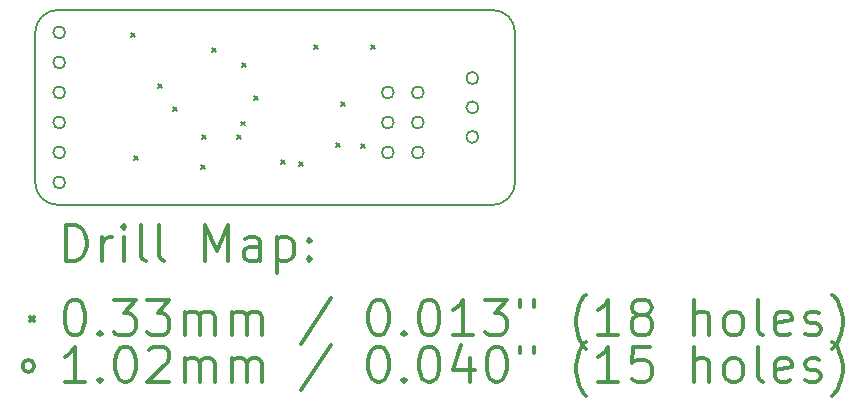
<source format=gbr>
%FSLAX45Y45*%
G04 Gerber Fmt 4.5, Leading zero omitted, Abs format (unit mm)*
G04 Created by KiCad (PCBNEW 4.0.5-e0-6337~49~ubuntu16.04.1) date Thu Feb  9 22:12:51 2017*
%MOMM*%
%LPD*%
G01*
G04 APERTURE LIST*
%ADD10C,0.127000*%
%ADD11C,0.152400*%
%ADD12C,0.200000*%
%ADD13C,0.300000*%
G04 APERTURE END LIST*
D10*
D11*
X12954000Y-9207500D02*
X10287000Y-9207500D01*
X13977620Y-9207500D02*
X12954000Y-9207500D01*
X14157960Y-7747000D02*
X14157960Y-9017000D01*
X13980160Y-7556500D02*
X10287000Y-7556500D01*
X10096500Y-7747000D02*
X10096500Y-9017000D01*
X10096500Y-9017000D02*
G75*
G03X10287000Y-9207500I190500J0D01*
G01*
X10287000Y-7556500D02*
G75*
G03X10096500Y-7747000I0J-190500D01*
G01*
X13967460Y-9207500D02*
G75*
G03X14157960Y-9017000I0J190500D01*
G01*
X14157960Y-7747000D02*
G75*
G03X13967460Y-7556500I-190500J0D01*
G01*
D12*
X10905490Y-7755890D02*
X10938510Y-7788910D01*
X10938510Y-7755890D02*
X10905490Y-7788910D01*
X10930890Y-8797290D02*
X10963910Y-8830310D01*
X10963910Y-8797290D02*
X10930890Y-8830310D01*
X11134090Y-8187690D02*
X11167110Y-8220710D01*
X11167110Y-8187690D02*
X11134090Y-8220710D01*
X11261090Y-8378190D02*
X11294110Y-8411210D01*
X11294110Y-8378190D02*
X11261090Y-8411210D01*
X11496500Y-8873490D02*
X11529520Y-8906510D01*
X11529520Y-8873490D02*
X11496500Y-8906510D01*
X11510680Y-8619490D02*
X11543700Y-8652510D01*
X11543700Y-8619490D02*
X11510680Y-8652510D01*
X11591290Y-7882890D02*
X11624310Y-7915910D01*
X11624310Y-7882890D02*
X11591290Y-7915910D01*
X11807190Y-8619490D02*
X11840210Y-8652510D01*
X11840210Y-8619490D02*
X11807190Y-8652510D01*
X11836228Y-8501552D02*
X11869248Y-8534572D01*
X11869248Y-8501552D02*
X11836228Y-8534572D01*
X11845290Y-8009890D02*
X11878310Y-8042910D01*
X11878310Y-8009890D02*
X11845290Y-8042910D01*
X11946890Y-8289290D02*
X11979910Y-8322310D01*
X11979910Y-8289290D02*
X11946890Y-8322310D01*
X12181190Y-8829690D02*
X12214210Y-8862710D01*
X12214210Y-8829690D02*
X12181190Y-8862710D01*
X12327890Y-8848090D02*
X12360910Y-8881110D01*
X12360910Y-8848090D02*
X12327890Y-8881110D01*
X12454890Y-7857490D02*
X12487910Y-7890510D01*
X12487910Y-7857490D02*
X12454890Y-7890510D01*
X12642850Y-8680450D02*
X12675870Y-8713470D01*
X12675870Y-8680450D02*
X12642850Y-8713470D01*
X12683490Y-8340090D02*
X12716510Y-8373110D01*
X12716510Y-8340090D02*
X12683490Y-8373110D01*
X12856881Y-8695690D02*
X12889901Y-8728710D01*
X12889901Y-8695690D02*
X12856881Y-8728710D01*
X12937490Y-7857490D02*
X12970510Y-7890510D01*
X12970510Y-7857490D02*
X12937490Y-7890510D01*
X10350500Y-7747000D02*
G75*
G03X10350500Y-7747000I-50800J0D01*
G01*
X10350500Y-8001000D02*
G75*
G03X10350500Y-8001000I-50800J0D01*
G01*
X10350500Y-8255000D02*
G75*
G03X10350500Y-8255000I-50800J0D01*
G01*
X10350500Y-8509000D02*
G75*
G03X10350500Y-8509000I-50800J0D01*
G01*
X10350500Y-8763000D02*
G75*
G03X10350500Y-8763000I-50800J0D01*
G01*
X10350500Y-9017000D02*
G75*
G03X10350500Y-9017000I-50800J0D01*
G01*
X13131800Y-8255000D02*
G75*
G03X13131800Y-8255000I-50800J0D01*
G01*
X13131800Y-8509000D02*
G75*
G03X13131800Y-8509000I-50800J0D01*
G01*
X13131800Y-8763000D02*
G75*
G03X13131800Y-8763000I-50800J0D01*
G01*
X13385800Y-8255000D02*
G75*
G03X13385800Y-8255000I-50800J0D01*
G01*
X13385800Y-8509000D02*
G75*
G03X13385800Y-8509000I-50800J0D01*
G01*
X13385800Y-8763000D02*
G75*
G03X13385800Y-8763000I-50800J0D01*
G01*
X13848080Y-8133080D02*
G75*
G03X13848080Y-8133080I-50800J0D01*
G01*
X13848080Y-8382000D02*
G75*
G03X13848080Y-8382000I-50800J0D01*
G01*
X13848080Y-8630920D02*
G75*
G03X13848080Y-8630920I-50800J0D01*
G01*
D13*
X10360309Y-9680834D02*
X10360309Y-9380834D01*
X10431737Y-9380834D01*
X10474594Y-9395120D01*
X10503166Y-9423692D01*
X10517451Y-9452263D01*
X10531737Y-9509406D01*
X10531737Y-9552263D01*
X10517451Y-9609406D01*
X10503166Y-9637977D01*
X10474594Y-9666549D01*
X10431737Y-9680834D01*
X10360309Y-9680834D01*
X10660309Y-9680834D02*
X10660309Y-9480834D01*
X10660309Y-9537977D02*
X10674594Y-9509406D01*
X10688880Y-9495120D01*
X10717451Y-9480834D01*
X10746023Y-9480834D01*
X10846023Y-9680834D02*
X10846023Y-9480834D01*
X10846023Y-9380834D02*
X10831737Y-9395120D01*
X10846023Y-9409406D01*
X10860309Y-9395120D01*
X10846023Y-9380834D01*
X10846023Y-9409406D01*
X11031737Y-9680834D02*
X11003166Y-9666549D01*
X10988880Y-9637977D01*
X10988880Y-9380834D01*
X11188880Y-9680834D02*
X11160309Y-9666549D01*
X11146023Y-9637977D01*
X11146023Y-9380834D01*
X11531737Y-9680834D02*
X11531737Y-9380834D01*
X11631737Y-9595120D01*
X11731737Y-9380834D01*
X11731737Y-9680834D01*
X12003166Y-9680834D02*
X12003166Y-9523692D01*
X11988880Y-9495120D01*
X11960308Y-9480834D01*
X11903166Y-9480834D01*
X11874594Y-9495120D01*
X12003166Y-9666549D02*
X11974594Y-9680834D01*
X11903166Y-9680834D01*
X11874594Y-9666549D01*
X11860308Y-9637977D01*
X11860308Y-9609406D01*
X11874594Y-9580834D01*
X11903166Y-9566549D01*
X11974594Y-9566549D01*
X12003166Y-9552263D01*
X12146023Y-9480834D02*
X12146023Y-9780834D01*
X12146023Y-9495120D02*
X12174594Y-9480834D01*
X12231737Y-9480834D01*
X12260308Y-9495120D01*
X12274594Y-9509406D01*
X12288880Y-9537977D01*
X12288880Y-9623692D01*
X12274594Y-9652263D01*
X12260308Y-9666549D01*
X12231737Y-9680834D01*
X12174594Y-9680834D01*
X12146023Y-9666549D01*
X12417451Y-9652263D02*
X12431737Y-9666549D01*
X12417451Y-9680834D01*
X12403166Y-9666549D01*
X12417451Y-9652263D01*
X12417451Y-9680834D01*
X12417451Y-9495120D02*
X12431737Y-9509406D01*
X12417451Y-9523692D01*
X12403166Y-9509406D01*
X12417451Y-9495120D01*
X12417451Y-9523692D01*
X10055860Y-10158610D02*
X10088880Y-10191630D01*
X10088880Y-10158610D02*
X10055860Y-10191630D01*
X10417451Y-10010834D02*
X10446023Y-10010834D01*
X10474594Y-10025120D01*
X10488880Y-10039406D01*
X10503166Y-10067977D01*
X10517451Y-10125120D01*
X10517451Y-10196549D01*
X10503166Y-10253692D01*
X10488880Y-10282263D01*
X10474594Y-10296549D01*
X10446023Y-10310834D01*
X10417451Y-10310834D01*
X10388880Y-10296549D01*
X10374594Y-10282263D01*
X10360309Y-10253692D01*
X10346023Y-10196549D01*
X10346023Y-10125120D01*
X10360309Y-10067977D01*
X10374594Y-10039406D01*
X10388880Y-10025120D01*
X10417451Y-10010834D01*
X10646023Y-10282263D02*
X10660309Y-10296549D01*
X10646023Y-10310834D01*
X10631737Y-10296549D01*
X10646023Y-10282263D01*
X10646023Y-10310834D01*
X10760308Y-10010834D02*
X10946023Y-10010834D01*
X10846023Y-10125120D01*
X10888880Y-10125120D01*
X10917451Y-10139406D01*
X10931737Y-10153692D01*
X10946023Y-10182263D01*
X10946023Y-10253692D01*
X10931737Y-10282263D01*
X10917451Y-10296549D01*
X10888880Y-10310834D01*
X10803166Y-10310834D01*
X10774594Y-10296549D01*
X10760308Y-10282263D01*
X11046023Y-10010834D02*
X11231737Y-10010834D01*
X11131737Y-10125120D01*
X11174594Y-10125120D01*
X11203166Y-10139406D01*
X11217451Y-10153692D01*
X11231737Y-10182263D01*
X11231737Y-10253692D01*
X11217451Y-10282263D01*
X11203166Y-10296549D01*
X11174594Y-10310834D01*
X11088880Y-10310834D01*
X11060309Y-10296549D01*
X11046023Y-10282263D01*
X11360308Y-10310834D02*
X11360308Y-10110834D01*
X11360308Y-10139406D02*
X11374594Y-10125120D01*
X11403166Y-10110834D01*
X11446023Y-10110834D01*
X11474594Y-10125120D01*
X11488880Y-10153692D01*
X11488880Y-10310834D01*
X11488880Y-10153692D02*
X11503166Y-10125120D01*
X11531737Y-10110834D01*
X11574594Y-10110834D01*
X11603166Y-10125120D01*
X11617451Y-10153692D01*
X11617451Y-10310834D01*
X11760308Y-10310834D02*
X11760308Y-10110834D01*
X11760308Y-10139406D02*
X11774594Y-10125120D01*
X11803166Y-10110834D01*
X11846023Y-10110834D01*
X11874594Y-10125120D01*
X11888880Y-10153692D01*
X11888880Y-10310834D01*
X11888880Y-10153692D02*
X11903166Y-10125120D01*
X11931737Y-10110834D01*
X11974594Y-10110834D01*
X12003166Y-10125120D01*
X12017451Y-10153692D01*
X12017451Y-10310834D01*
X12603166Y-9996549D02*
X12346023Y-10382263D01*
X12988880Y-10010834D02*
X13017451Y-10010834D01*
X13046023Y-10025120D01*
X13060308Y-10039406D01*
X13074594Y-10067977D01*
X13088880Y-10125120D01*
X13088880Y-10196549D01*
X13074594Y-10253692D01*
X13060308Y-10282263D01*
X13046023Y-10296549D01*
X13017451Y-10310834D01*
X12988880Y-10310834D01*
X12960308Y-10296549D01*
X12946023Y-10282263D01*
X12931737Y-10253692D01*
X12917451Y-10196549D01*
X12917451Y-10125120D01*
X12931737Y-10067977D01*
X12946023Y-10039406D01*
X12960308Y-10025120D01*
X12988880Y-10010834D01*
X13217451Y-10282263D02*
X13231737Y-10296549D01*
X13217451Y-10310834D01*
X13203166Y-10296549D01*
X13217451Y-10282263D01*
X13217451Y-10310834D01*
X13417451Y-10010834D02*
X13446023Y-10010834D01*
X13474594Y-10025120D01*
X13488880Y-10039406D01*
X13503165Y-10067977D01*
X13517451Y-10125120D01*
X13517451Y-10196549D01*
X13503165Y-10253692D01*
X13488880Y-10282263D01*
X13474594Y-10296549D01*
X13446023Y-10310834D01*
X13417451Y-10310834D01*
X13388880Y-10296549D01*
X13374594Y-10282263D01*
X13360308Y-10253692D01*
X13346023Y-10196549D01*
X13346023Y-10125120D01*
X13360308Y-10067977D01*
X13374594Y-10039406D01*
X13388880Y-10025120D01*
X13417451Y-10010834D01*
X13803165Y-10310834D02*
X13631737Y-10310834D01*
X13717451Y-10310834D02*
X13717451Y-10010834D01*
X13688880Y-10053692D01*
X13660308Y-10082263D01*
X13631737Y-10096549D01*
X13903165Y-10010834D02*
X14088880Y-10010834D01*
X13988880Y-10125120D01*
X14031737Y-10125120D01*
X14060308Y-10139406D01*
X14074594Y-10153692D01*
X14088880Y-10182263D01*
X14088880Y-10253692D01*
X14074594Y-10282263D01*
X14060308Y-10296549D01*
X14031737Y-10310834D01*
X13946023Y-10310834D01*
X13917451Y-10296549D01*
X13903165Y-10282263D01*
X14203166Y-10010834D02*
X14203166Y-10067977D01*
X14317451Y-10010834D02*
X14317451Y-10067977D01*
X14760308Y-10425120D02*
X14746023Y-10410834D01*
X14717451Y-10367977D01*
X14703165Y-10339406D01*
X14688880Y-10296549D01*
X14674594Y-10225120D01*
X14674594Y-10167977D01*
X14688880Y-10096549D01*
X14703165Y-10053692D01*
X14717451Y-10025120D01*
X14746023Y-9982263D01*
X14760308Y-9967977D01*
X15031737Y-10310834D02*
X14860308Y-10310834D01*
X14946023Y-10310834D02*
X14946023Y-10010834D01*
X14917451Y-10053692D01*
X14888880Y-10082263D01*
X14860308Y-10096549D01*
X15203165Y-10139406D02*
X15174594Y-10125120D01*
X15160308Y-10110834D01*
X15146023Y-10082263D01*
X15146023Y-10067977D01*
X15160308Y-10039406D01*
X15174594Y-10025120D01*
X15203165Y-10010834D01*
X15260308Y-10010834D01*
X15288880Y-10025120D01*
X15303165Y-10039406D01*
X15317451Y-10067977D01*
X15317451Y-10082263D01*
X15303165Y-10110834D01*
X15288880Y-10125120D01*
X15260308Y-10139406D01*
X15203165Y-10139406D01*
X15174594Y-10153692D01*
X15160308Y-10167977D01*
X15146023Y-10196549D01*
X15146023Y-10253692D01*
X15160308Y-10282263D01*
X15174594Y-10296549D01*
X15203165Y-10310834D01*
X15260308Y-10310834D01*
X15288880Y-10296549D01*
X15303165Y-10282263D01*
X15317451Y-10253692D01*
X15317451Y-10196549D01*
X15303165Y-10167977D01*
X15288880Y-10153692D01*
X15260308Y-10139406D01*
X15674594Y-10310834D02*
X15674594Y-10010834D01*
X15803165Y-10310834D02*
X15803165Y-10153692D01*
X15788880Y-10125120D01*
X15760308Y-10110834D01*
X15717451Y-10110834D01*
X15688880Y-10125120D01*
X15674594Y-10139406D01*
X15988880Y-10310834D02*
X15960308Y-10296549D01*
X15946023Y-10282263D01*
X15931737Y-10253692D01*
X15931737Y-10167977D01*
X15946023Y-10139406D01*
X15960308Y-10125120D01*
X15988880Y-10110834D01*
X16031737Y-10110834D01*
X16060308Y-10125120D01*
X16074594Y-10139406D01*
X16088880Y-10167977D01*
X16088880Y-10253692D01*
X16074594Y-10282263D01*
X16060308Y-10296549D01*
X16031737Y-10310834D01*
X15988880Y-10310834D01*
X16260308Y-10310834D02*
X16231737Y-10296549D01*
X16217451Y-10267977D01*
X16217451Y-10010834D01*
X16488880Y-10296549D02*
X16460308Y-10310834D01*
X16403166Y-10310834D01*
X16374594Y-10296549D01*
X16360308Y-10267977D01*
X16360308Y-10153692D01*
X16374594Y-10125120D01*
X16403166Y-10110834D01*
X16460308Y-10110834D01*
X16488880Y-10125120D01*
X16503166Y-10153692D01*
X16503166Y-10182263D01*
X16360308Y-10210834D01*
X16617451Y-10296549D02*
X16646023Y-10310834D01*
X16703166Y-10310834D01*
X16731737Y-10296549D01*
X16746023Y-10267977D01*
X16746023Y-10253692D01*
X16731737Y-10225120D01*
X16703166Y-10210834D01*
X16660308Y-10210834D01*
X16631737Y-10196549D01*
X16617451Y-10167977D01*
X16617451Y-10153692D01*
X16631737Y-10125120D01*
X16660308Y-10110834D01*
X16703166Y-10110834D01*
X16731737Y-10125120D01*
X16846023Y-10425120D02*
X16860309Y-10410834D01*
X16888880Y-10367977D01*
X16903166Y-10339406D01*
X16917451Y-10296549D01*
X16931737Y-10225120D01*
X16931737Y-10167977D01*
X16917451Y-10096549D01*
X16903166Y-10053692D01*
X16888880Y-10025120D01*
X16860309Y-9982263D01*
X16846023Y-9967977D01*
X10088880Y-10571120D02*
G75*
G03X10088880Y-10571120I-50800J0D01*
G01*
X10517451Y-10706834D02*
X10346023Y-10706834D01*
X10431737Y-10706834D02*
X10431737Y-10406834D01*
X10403166Y-10449692D01*
X10374594Y-10478263D01*
X10346023Y-10492549D01*
X10646023Y-10678263D02*
X10660309Y-10692549D01*
X10646023Y-10706834D01*
X10631737Y-10692549D01*
X10646023Y-10678263D01*
X10646023Y-10706834D01*
X10846023Y-10406834D02*
X10874594Y-10406834D01*
X10903166Y-10421120D01*
X10917451Y-10435406D01*
X10931737Y-10463977D01*
X10946023Y-10521120D01*
X10946023Y-10592549D01*
X10931737Y-10649692D01*
X10917451Y-10678263D01*
X10903166Y-10692549D01*
X10874594Y-10706834D01*
X10846023Y-10706834D01*
X10817451Y-10692549D01*
X10803166Y-10678263D01*
X10788880Y-10649692D01*
X10774594Y-10592549D01*
X10774594Y-10521120D01*
X10788880Y-10463977D01*
X10803166Y-10435406D01*
X10817451Y-10421120D01*
X10846023Y-10406834D01*
X11060309Y-10435406D02*
X11074594Y-10421120D01*
X11103166Y-10406834D01*
X11174594Y-10406834D01*
X11203166Y-10421120D01*
X11217451Y-10435406D01*
X11231737Y-10463977D01*
X11231737Y-10492549D01*
X11217451Y-10535406D01*
X11046023Y-10706834D01*
X11231737Y-10706834D01*
X11360308Y-10706834D02*
X11360308Y-10506834D01*
X11360308Y-10535406D02*
X11374594Y-10521120D01*
X11403166Y-10506834D01*
X11446023Y-10506834D01*
X11474594Y-10521120D01*
X11488880Y-10549692D01*
X11488880Y-10706834D01*
X11488880Y-10549692D02*
X11503166Y-10521120D01*
X11531737Y-10506834D01*
X11574594Y-10506834D01*
X11603166Y-10521120D01*
X11617451Y-10549692D01*
X11617451Y-10706834D01*
X11760308Y-10706834D02*
X11760308Y-10506834D01*
X11760308Y-10535406D02*
X11774594Y-10521120D01*
X11803166Y-10506834D01*
X11846023Y-10506834D01*
X11874594Y-10521120D01*
X11888880Y-10549692D01*
X11888880Y-10706834D01*
X11888880Y-10549692D02*
X11903166Y-10521120D01*
X11931737Y-10506834D01*
X11974594Y-10506834D01*
X12003166Y-10521120D01*
X12017451Y-10549692D01*
X12017451Y-10706834D01*
X12603166Y-10392549D02*
X12346023Y-10778263D01*
X12988880Y-10406834D02*
X13017451Y-10406834D01*
X13046023Y-10421120D01*
X13060308Y-10435406D01*
X13074594Y-10463977D01*
X13088880Y-10521120D01*
X13088880Y-10592549D01*
X13074594Y-10649692D01*
X13060308Y-10678263D01*
X13046023Y-10692549D01*
X13017451Y-10706834D01*
X12988880Y-10706834D01*
X12960308Y-10692549D01*
X12946023Y-10678263D01*
X12931737Y-10649692D01*
X12917451Y-10592549D01*
X12917451Y-10521120D01*
X12931737Y-10463977D01*
X12946023Y-10435406D01*
X12960308Y-10421120D01*
X12988880Y-10406834D01*
X13217451Y-10678263D02*
X13231737Y-10692549D01*
X13217451Y-10706834D01*
X13203166Y-10692549D01*
X13217451Y-10678263D01*
X13217451Y-10706834D01*
X13417451Y-10406834D02*
X13446023Y-10406834D01*
X13474594Y-10421120D01*
X13488880Y-10435406D01*
X13503165Y-10463977D01*
X13517451Y-10521120D01*
X13517451Y-10592549D01*
X13503165Y-10649692D01*
X13488880Y-10678263D01*
X13474594Y-10692549D01*
X13446023Y-10706834D01*
X13417451Y-10706834D01*
X13388880Y-10692549D01*
X13374594Y-10678263D01*
X13360308Y-10649692D01*
X13346023Y-10592549D01*
X13346023Y-10521120D01*
X13360308Y-10463977D01*
X13374594Y-10435406D01*
X13388880Y-10421120D01*
X13417451Y-10406834D01*
X13774594Y-10506834D02*
X13774594Y-10706834D01*
X13703165Y-10392549D02*
X13631737Y-10606834D01*
X13817451Y-10606834D01*
X13988880Y-10406834D02*
X14017451Y-10406834D01*
X14046023Y-10421120D01*
X14060308Y-10435406D01*
X14074594Y-10463977D01*
X14088880Y-10521120D01*
X14088880Y-10592549D01*
X14074594Y-10649692D01*
X14060308Y-10678263D01*
X14046023Y-10692549D01*
X14017451Y-10706834D01*
X13988880Y-10706834D01*
X13960308Y-10692549D01*
X13946023Y-10678263D01*
X13931737Y-10649692D01*
X13917451Y-10592549D01*
X13917451Y-10521120D01*
X13931737Y-10463977D01*
X13946023Y-10435406D01*
X13960308Y-10421120D01*
X13988880Y-10406834D01*
X14203166Y-10406834D02*
X14203166Y-10463977D01*
X14317451Y-10406834D02*
X14317451Y-10463977D01*
X14760308Y-10821120D02*
X14746023Y-10806834D01*
X14717451Y-10763977D01*
X14703165Y-10735406D01*
X14688880Y-10692549D01*
X14674594Y-10621120D01*
X14674594Y-10563977D01*
X14688880Y-10492549D01*
X14703165Y-10449692D01*
X14717451Y-10421120D01*
X14746023Y-10378263D01*
X14760308Y-10363977D01*
X15031737Y-10706834D02*
X14860308Y-10706834D01*
X14946023Y-10706834D02*
X14946023Y-10406834D01*
X14917451Y-10449692D01*
X14888880Y-10478263D01*
X14860308Y-10492549D01*
X15303165Y-10406834D02*
X15160308Y-10406834D01*
X15146023Y-10549692D01*
X15160308Y-10535406D01*
X15188880Y-10521120D01*
X15260308Y-10521120D01*
X15288880Y-10535406D01*
X15303165Y-10549692D01*
X15317451Y-10578263D01*
X15317451Y-10649692D01*
X15303165Y-10678263D01*
X15288880Y-10692549D01*
X15260308Y-10706834D01*
X15188880Y-10706834D01*
X15160308Y-10692549D01*
X15146023Y-10678263D01*
X15674594Y-10706834D02*
X15674594Y-10406834D01*
X15803165Y-10706834D02*
X15803165Y-10549692D01*
X15788880Y-10521120D01*
X15760308Y-10506834D01*
X15717451Y-10506834D01*
X15688880Y-10521120D01*
X15674594Y-10535406D01*
X15988880Y-10706834D02*
X15960308Y-10692549D01*
X15946023Y-10678263D01*
X15931737Y-10649692D01*
X15931737Y-10563977D01*
X15946023Y-10535406D01*
X15960308Y-10521120D01*
X15988880Y-10506834D01*
X16031737Y-10506834D01*
X16060308Y-10521120D01*
X16074594Y-10535406D01*
X16088880Y-10563977D01*
X16088880Y-10649692D01*
X16074594Y-10678263D01*
X16060308Y-10692549D01*
X16031737Y-10706834D01*
X15988880Y-10706834D01*
X16260308Y-10706834D02*
X16231737Y-10692549D01*
X16217451Y-10663977D01*
X16217451Y-10406834D01*
X16488880Y-10692549D02*
X16460308Y-10706834D01*
X16403166Y-10706834D01*
X16374594Y-10692549D01*
X16360308Y-10663977D01*
X16360308Y-10549692D01*
X16374594Y-10521120D01*
X16403166Y-10506834D01*
X16460308Y-10506834D01*
X16488880Y-10521120D01*
X16503166Y-10549692D01*
X16503166Y-10578263D01*
X16360308Y-10606834D01*
X16617451Y-10692549D02*
X16646023Y-10706834D01*
X16703166Y-10706834D01*
X16731737Y-10692549D01*
X16746023Y-10663977D01*
X16746023Y-10649692D01*
X16731737Y-10621120D01*
X16703166Y-10606834D01*
X16660308Y-10606834D01*
X16631737Y-10592549D01*
X16617451Y-10563977D01*
X16617451Y-10549692D01*
X16631737Y-10521120D01*
X16660308Y-10506834D01*
X16703166Y-10506834D01*
X16731737Y-10521120D01*
X16846023Y-10821120D02*
X16860309Y-10806834D01*
X16888880Y-10763977D01*
X16903166Y-10735406D01*
X16917451Y-10692549D01*
X16931737Y-10621120D01*
X16931737Y-10563977D01*
X16917451Y-10492549D01*
X16903166Y-10449692D01*
X16888880Y-10421120D01*
X16860309Y-10378263D01*
X16846023Y-10363977D01*
M02*

</source>
